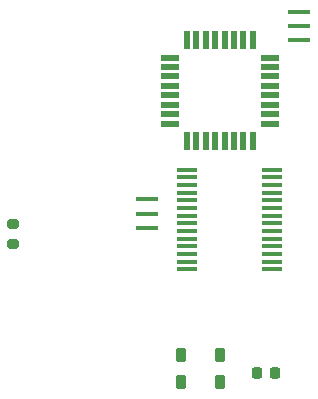
<source format=gbp>
G04 #@! TF.GenerationSoftware,KiCad,Pcbnew,8.0.1*
G04 #@! TF.CreationDate,2024-10-15T00:39:43+09:00*
G04 #@! TF.ProjectId,AltBoard2025,416c7442-6f61-4726-9432-3032352e6b69,rev?*
G04 #@! TF.SameCoordinates,Original*
G04 #@! TF.FileFunction,Paste,Bot*
G04 #@! TF.FilePolarity,Positive*
%FSLAX46Y46*%
G04 Gerber Fmt 4.6, Leading zero omitted, Abs format (unit mm)*
G04 Created by KiCad (PCBNEW 8.0.1) date 2024-10-15 00:39:43*
%MOMM*%
%LPD*%
G01*
G04 APERTURE LIST*
G04 Aperture macros list*
%AMRoundRect*
0 Rectangle with rounded corners*
0 $1 Rounding radius*
0 $2 $3 $4 $5 $6 $7 $8 $9 X,Y pos of 4 corners*
0 Add a 4 corners polygon primitive as box body*
4,1,4,$2,$3,$4,$5,$6,$7,$8,$9,$2,$3,0*
0 Add four circle primitives for the rounded corners*
1,1,$1+$1,$2,$3*
1,1,$1+$1,$4,$5*
1,1,$1+$1,$6,$7*
1,1,$1+$1,$8,$9*
0 Add four rect primitives between the rounded corners*
20,1,$1+$1,$2,$3,$4,$5,0*
20,1,$1+$1,$4,$5,$6,$7,0*
20,1,$1+$1,$6,$7,$8,$9,0*
20,1,$1+$1,$8,$9,$2,$3,0*%
G04 Aperture macros list end*
%ADD10RoundRect,0.200000X0.275000X-0.200000X0.275000X0.200000X-0.275000X0.200000X-0.275000X-0.200000X0*%
%ADD11RoundRect,0.225000X0.225000X0.375000X-0.225000X0.375000X-0.225000X-0.375000X0.225000X-0.375000X0*%
%ADD12R,0.550000X1.600000*%
%ADD13R,1.600000X0.550000*%
%ADD14R,1.900000X0.400000*%
%ADD15R,1.750000X0.450000*%
%ADD16RoundRect,0.225000X-0.225000X-0.250000X0.225000X-0.250000X0.225000X0.250000X-0.225000X0.250000X0*%
G04 APERTURE END LIST*
D10*
X119200000Y-40950000D03*
X119200000Y-39300000D03*
D11*
X136700000Y-50400000D03*
X133400000Y-50400000D03*
D12*
X133900000Y-23750000D03*
X134700000Y-23750000D03*
X135500000Y-23750000D03*
X136300000Y-23750000D03*
X137100000Y-23750000D03*
X137900000Y-23750000D03*
X138700000Y-23750000D03*
X139500000Y-23750000D03*
D13*
X140950000Y-25200000D03*
X140950000Y-26000000D03*
X140950000Y-26800000D03*
X140950000Y-27600000D03*
X140950000Y-28400000D03*
X140950000Y-29200000D03*
X140950000Y-30000000D03*
X140950000Y-30800000D03*
D12*
X139500000Y-32250000D03*
X138700000Y-32250000D03*
X137900000Y-32250000D03*
X137100000Y-32250000D03*
X136300000Y-32250000D03*
X135500000Y-32250000D03*
X134700000Y-32250000D03*
X133900000Y-32250000D03*
D13*
X132450000Y-30800000D03*
X132450000Y-30000000D03*
X132450000Y-29200000D03*
X132450000Y-28400000D03*
X132450000Y-27600000D03*
X132450000Y-26800000D03*
X132450000Y-26000000D03*
X132450000Y-25200000D03*
D14*
X143400000Y-23700000D03*
X143400000Y-22500000D03*
X143400000Y-21300000D03*
D11*
X136700000Y-52700000D03*
X133400000Y-52700000D03*
D15*
X133900000Y-43125000D03*
X133900000Y-42475000D03*
X133900000Y-41825000D03*
X133900000Y-41175000D03*
X133900000Y-40525000D03*
X133900000Y-39875000D03*
X133900000Y-39225000D03*
X133900000Y-38575000D03*
X133900000Y-37925000D03*
X133900000Y-37275000D03*
X133900000Y-36625000D03*
X133900000Y-35975000D03*
X133900000Y-35325000D03*
X133900000Y-34675000D03*
X141100000Y-34675000D03*
X141100000Y-35325000D03*
X141100000Y-35975000D03*
X141100000Y-36625000D03*
X141100000Y-37275000D03*
X141100000Y-37925000D03*
X141100000Y-38575000D03*
X141100000Y-39225000D03*
X141100000Y-39875000D03*
X141100000Y-40525000D03*
X141100000Y-41175000D03*
X141100000Y-41825000D03*
X141100000Y-42475000D03*
X141100000Y-43125000D03*
D16*
X139850000Y-51900000D03*
X141400000Y-51900000D03*
D14*
X130500000Y-37200000D03*
X130500000Y-38400000D03*
X130500000Y-39600000D03*
M02*

</source>
